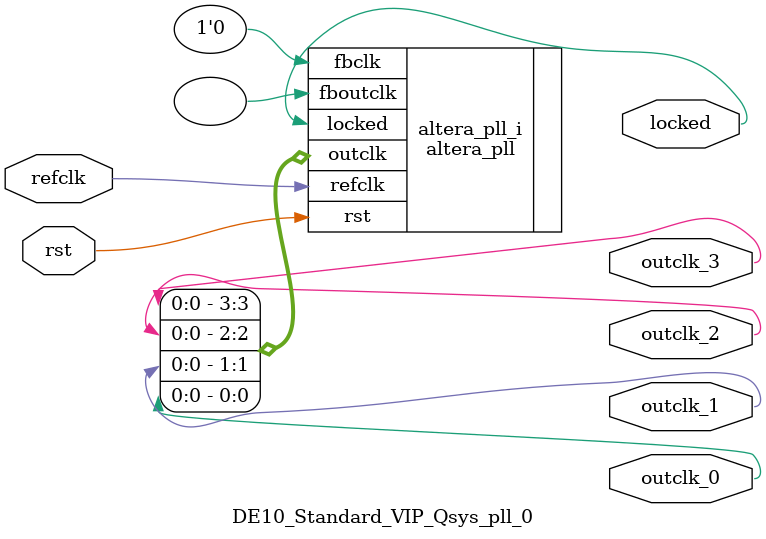
<source format=v>
`timescale 1ns/10ps
module  DE10_Standard_VIP_Qsys_pll_0(

	// interface 'refclk'
	input wire refclk,

	// interface 'reset'
	input wire rst,

	// interface 'outclk0'
	output wire outclk_0,

	// interface 'outclk1'
	output wire outclk_1,

	// interface 'outclk2'
	output wire outclk_2,

	// interface 'outclk3'
	output wire outclk_3,

	// interface 'locked'
	output wire locked
);

	altera_pll #(
		.fractional_vco_multiplier("false"),
		.reference_clock_frequency("50.0 MHz"),
		.operation_mode("direct"),
		.number_of_clocks(4),
		.output_clock_frequency0("100.000000 MHz"),
		.phase_shift0("-3977 ps"),
		.duty_cycle0(50),
		.output_clock_frequency1("100.000000 MHz"),
		.phase_shift1("0 ps"),
		.duty_cycle1(50),
		.output_clock_frequency2("25.000000 MHz"),
		.phase_shift2("0 ps"),
		.duty_cycle2(50),
		.output_clock_frequency3("18.333333 MHz"),
		.phase_shift3("0 ps"),
		.duty_cycle3(50),
		.output_clock_frequency4("0 MHz"),
		.phase_shift4("0 ps"),
		.duty_cycle4(50),
		.output_clock_frequency5("0 MHz"),
		.phase_shift5("0 ps"),
		.duty_cycle5(50),
		.output_clock_frequency6("0 MHz"),
		.phase_shift6("0 ps"),
		.duty_cycle6(50),
		.output_clock_frequency7("0 MHz"),
		.phase_shift7("0 ps"),
		.duty_cycle7(50),
		.output_clock_frequency8("0 MHz"),
		.phase_shift8("0 ps"),
		.duty_cycle8(50),
		.output_clock_frequency9("0 MHz"),
		.phase_shift9("0 ps"),
		.duty_cycle9(50),
		.output_clock_frequency10("0 MHz"),
		.phase_shift10("0 ps"),
		.duty_cycle10(50),
		.output_clock_frequency11("0 MHz"),
		.phase_shift11("0 ps"),
		.duty_cycle11(50),
		.output_clock_frequency12("0 MHz"),
		.phase_shift12("0 ps"),
		.duty_cycle12(50),
		.output_clock_frequency13("0 MHz"),
		.phase_shift13("0 ps"),
		.duty_cycle13(50),
		.output_clock_frequency14("0 MHz"),
		.phase_shift14("0 ps"),
		.duty_cycle14(50),
		.output_clock_frequency15("0 MHz"),
		.phase_shift15("0 ps"),
		.duty_cycle15(50),
		.output_clock_frequency16("0 MHz"),
		.phase_shift16("0 ps"),
		.duty_cycle16(50),
		.output_clock_frequency17("0 MHz"),
		.phase_shift17("0 ps"),
		.duty_cycle17(50),
		.pll_type("General"),
		.pll_subtype("General")
	) altera_pll_i (
		.rst	(rst),
		.outclk	({outclk_3, outclk_2, outclk_1, outclk_0}),
		.locked	(locked),
		.fboutclk	( ),
		.fbclk	(1'b0),
		.refclk	(refclk)
	);
endmodule


</source>
